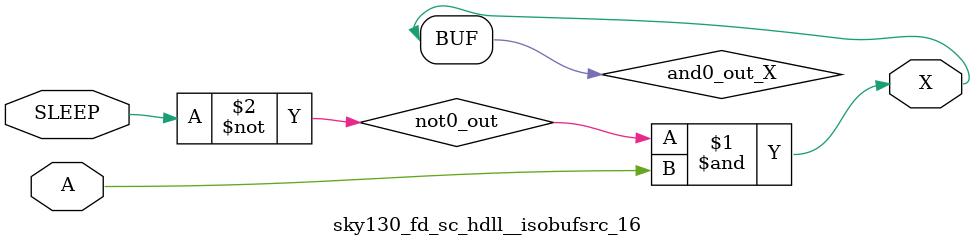
<source format=v>
/*
 * Copyright 2020 The SkyWater PDK Authors
 *
 * Licensed under the Apache License, Version 2.0 (the "License");
 * you may not use this file except in compliance with the License.
 * You may obtain a copy of the License at
 *
 *     https://www.apache.org/licenses/LICENSE-2.0
 *
 * Unless required by applicable law or agreed to in writing, software
 * distributed under the License is distributed on an "AS IS" BASIS,
 * WITHOUT WARRANTIES OR CONDITIONS OF ANY KIND, either express or implied.
 * See the License for the specific language governing permissions and
 * limitations under the License.
 *
 * SPDX-License-Identifier: Apache-2.0
*/


`ifndef SKY130_FD_SC_HDLL__ISOBUFSRC_16_FUNCTIONAL_V
`define SKY130_FD_SC_HDLL__ISOBUFSRC_16_FUNCTIONAL_V

/**
 * isobufsrc: Input isolation, noninverted sleep.
 *
 *            X = (!A | SLEEP)
 *
 * Verilog simulation functional model.
 */

`timescale 1ns / 1ps
`default_nettype none

`celldefine
module sky130_fd_sc_hdll__isobufsrc_16 (
    X    ,
    SLEEP,
    A
);

    // Module ports
    output X    ;
    input  SLEEP;
    input  A    ;

    // Local signals
    wire not0_out  ;
    wire and0_out_X;

    //  Name  Output      Other arguments
    not not0 (not0_out  , SLEEP          );
    and and0 (and0_out_X, not0_out, A    );
    buf buf0 (X         , and0_out_X     );

endmodule
`endcelldefine

`default_nettype wire
`endif  // SKY130_FD_SC_HDLL__ISOBUFSRC_16_FUNCTIONAL_V

</source>
